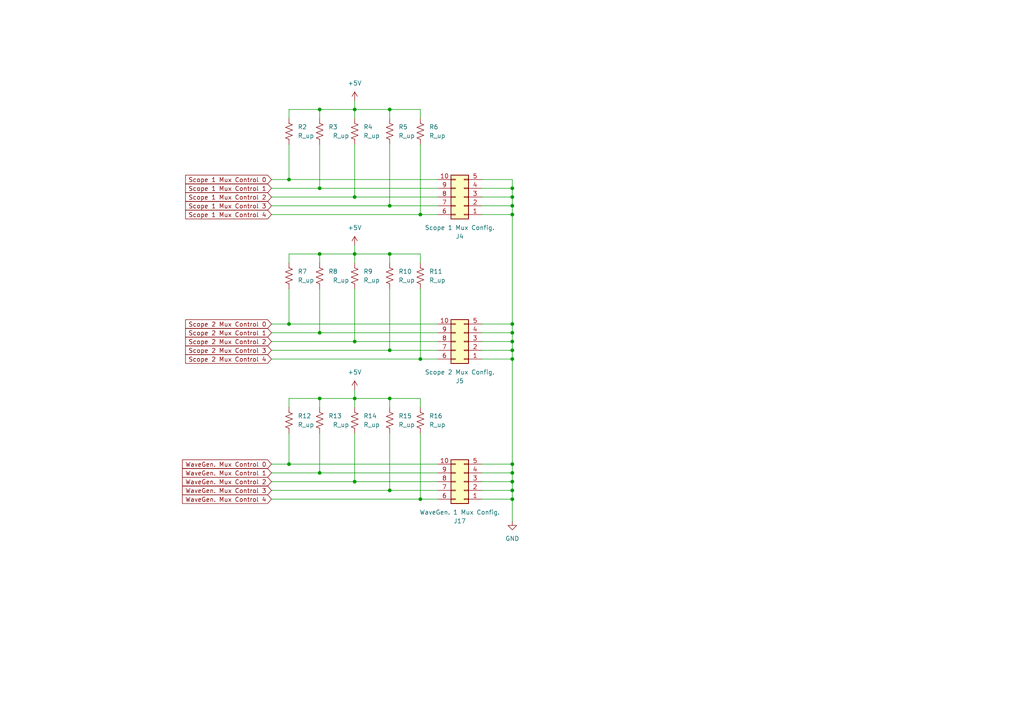
<source format=kicad_sch>
(kicad_sch (version 20231120) (generator "eeschema") (generator_version "8.0")
  (paper "A4")
  (lib_symbols
    (symbol "Connector_Generic:Conn_02x05_Top_Bottom" (pin_names (offset 1.016) hide)
      (property "Reference" "J" (at 1.27 7.62 0))
      (property "Value" "Conn_02x05_Top_Bottom" (at 1.27 -7.62 0))
      (symbol "Conn_02x05_Top_Bottom_1_1"
        (rectangle (start -1.27 -4.953) (end 0 -5.207) (stroke (width 0.1524)))
        (rectangle (start -1.27 -2.413) (end 0 -2.667) (stroke (width 0.1524)))
        (rectangle (start -1.27 0.127) (end 0 -0.127) (stroke (width 0.1524)))
        (rectangle (start -1.27 2.667) (end 0 2.413) (stroke (width 0.1524)))
        (rectangle (start -1.27 5.207) (end 0 4.953) (stroke (width 0.1524)))
        (rectangle (start -1.27 6.35) (end 3.81 -6.35) (stroke (width 0.254)) (fill (type background)))
        (rectangle (start 3.81 -4.953) (end 2.54 -5.207) (stroke (width 0.1524)))
        (rectangle (start 3.81 -2.413) (end 2.54 -2.667) (stroke (width 0.1524)))
        (rectangle (start 3.81 0.127) (end 2.54 -0.127) (stroke (width 0.1524)))
        (rectangle (start 3.81 2.667) (end 2.54 2.413) (stroke (width 0.1524)))
        (rectangle (start 3.81 5.207) (end 2.54 4.953) (stroke (width 0.1524)))
        (pin passive line (at -5.08 5.08 0) (length 3.81) (name "Pin_1") (number "1"))
        (pin passive line (at 7.62 -5.08 180) (length 3.81) (name "Pin_10") (number "10"))
        (pin passive line (at -5.08 2.54 0) (length 3.81) (name "Pin_2") (number "2"))
        (pin passive line (at -5.08 0 0) (length 3.81) (name "Pin_3") (number "3"))
        (pin passive line (at -5.08 -2.54 0) (length 3.81) (name "Pin_4") (number "4"))
        (pin passive line (at -5.08 -5.08 0) (length 3.81) (name "Pin_5") (number "5"))
        (pin passive line (at 7.62 5.08 180) (length 3.81) (name "Pin_6") (number "6"))
        (pin passive line (at 7.62 2.54 180) (length 3.81) (name "Pin_7") (number "7"))
        (pin passive line (at 7.62 0 180) (length 3.81) (name "Pin_8") (number "8"))
        (pin passive line (at 7.62 -2.54 180) (length 3.81) (name "Pin_9") (number "9"))
      )
    )
    (symbol "Device:R_US" (pin_numbers hide) (pin_names (offset 0))
      (property "Reference" "R" (at 2.54 0 90))
      (property "Value" "R_US" (at -2.54 0 90))
      (symbol "R_US_0_1"
        (polyline (pts (xy 0 -2.286) (xy 0 -2.54)))
        (polyline (pts (xy 0 2.286) (xy 0 2.54)))
        (polyline (pts (xy 0 -0.762) (xy 1.016 -1.143) (xy 0 -1.524) (xy -1.016 -1.905) (xy 0 -2.286)))
        (polyline (pts (xy 0 0.762) (xy 1.016 0.381) (xy 0 0) (xy -1.016 -0.381) (xy 0 -0.762)))
        (polyline (pts (xy 0 2.286) (xy 1.016 1.905) (xy 0 1.524) (xy -1.016 1.143) (xy 0 0.762)))
      )
      (symbol "R_US_1_1"
        (pin passive line (at 0 3.81 270) (length 1.27) (name "~") (number "1"))
        (pin passive line (at 0 -3.81 90) (length 1.27) (name "~") (number "2"))
      )
    )
    (symbol "power:+5V" (power) (pin_numbers hide) (pin_names (offset 0) hide)
      (property "Value" "+5V" (at 0 3.556 0))
      (symbol "+5V_0_1"
        (polyline (pts (xy -0.762 1.27) (xy 0 2.54)))
        (polyline (pts (xy 0 0) (xy 0 2.54)))
        (polyline (pts (xy 0 2.54) (xy 0.762 1.27)))
      )
      (symbol "+5V_1_1"
        (pin power_in line (at 0 0 90) (length 0) (name "~") (number "1"))
      )
    )
    (symbol "power:GND" (power) (pin_numbers hide) (pin_names (offset 0) hide)
      (property "Value" "GND" (at 0 -3.81 0))
      (symbol "GND_0_1"
        (polyline (pts (xy 0 0) (xy 0 -1.27) (xy 1.27 -1.27) (xy 0 -2.54) (xy -1.27 -1.27) (xy 0 -1.27)))
      )
      (symbol "GND_1_1"
        (pin power_in line (at 0 0 270) (length 0) (name "~") (number "1"))
      )
    )
  )
  (junction (at 148.59 59.69))
  (junction (at 102.87 73.66))
  (junction (at 102.87 99.06))
  (junction (at 148.59 144.78))
  (junction (at 92.71 96.52))
  (junction (at 148.59 139.7))
  (junction (at 148.59 62.23))
  (junction (at 92.71 31.75))
  (junction (at 148.59 99.06))
  (junction (at 102.87 115.57))
  (junction (at 113.03 115.57))
  (junction (at 121.92 62.23))
  (junction (at 83.82 52.07))
  (junction (at 121.92 144.78))
  (junction (at 92.71 137.16))
  (junction (at 113.03 31.75))
  (junction (at 148.59 104.14))
  (junction (at 148.59 54.61))
  (junction (at 83.82 134.62))
  (junction (at 121.92 104.14))
  (junction (at 148.59 101.6))
  (junction (at 113.03 142.24))
  (junction (at 148.59 142.24))
  (junction (at 102.87 57.15))
  (junction (at 148.59 134.62))
  (junction (at 148.59 57.15))
  (junction (at 148.59 137.16))
  (junction (at 148.59 93.98))
  (junction (at 102.87 31.75))
  (junction (at 113.03 59.69))
  (junction (at 92.71 115.57))
  (junction (at 83.82 93.98))
  (junction (at 113.03 101.6))
  (junction (at 102.87 139.7))
  (junction (at 92.71 73.66))
  (junction (at 148.59 96.52))
  (junction (at 113.03 73.66))
  (junction (at 92.71 54.61))
  (wire (pts (xy 102.87 83.82) (xy 102.87 99.06)))
  (wire (pts (xy 121.92 83.82) (xy 121.92 104.14)))
  (wire (pts (xy 83.82 34.29) (xy 83.82 31.75)))
  (wire (pts (xy 139.7 139.7) (xy 148.59 139.7)))
  (wire (pts (xy 139.7 57.15) (xy 148.59 57.15)))
  (wire (pts (xy 113.03 41.91) (xy 113.03 59.69)))
  (wire (pts (xy 102.87 115.57) (xy 102.87 118.11)))
  (wire (pts (xy 113.03 31.75) (xy 113.03 34.29)))
  (wire (pts (xy 78.74 57.15) (xy 102.87 57.15)))
  (wire (pts (xy 78.74 93.98) (xy 83.82 93.98)))
  (wire (pts (xy 78.74 59.69) (xy 113.03 59.69)))
  (wire (pts (xy 78.74 137.16) (xy 92.71 137.16)))
  (wire (pts (xy 92.71 41.91) (xy 92.71 54.61)))
  (wire (pts (xy 121.92 125.73) (xy 121.92 144.78)))
  (wire (pts (xy 121.92 76.2) (xy 121.92 73.66)))
  (wire (pts (xy 113.03 73.66) (xy 113.03 76.2)))
  (wire (pts (xy 148.59 137.16) (xy 148.59 139.7)))
  (wire (pts (xy 78.74 104.14) (xy 121.92 104.14)))
  (wire (pts (xy 148.59 59.69) (xy 148.59 62.23)))
  (wire (pts (xy 113.03 142.24) (xy 127 142.24)))
  (wire (pts (xy 148.59 96.52) (xy 148.59 99.06)))
  (wire (pts (xy 139.7 96.52) (xy 148.59 96.52)))
  (wire (pts (xy 92.71 115.57) (xy 102.87 115.57)))
  (wire (pts (xy 113.03 31.75) (xy 121.92 31.75)))
  (wire (pts (xy 148.59 93.98) (xy 148.59 96.52)))
  (wire (pts (xy 121.92 144.78) (xy 127 144.78)))
  (wire (pts (xy 78.74 134.62) (xy 83.82 134.62)))
  (wire (pts (xy 92.71 31.75) (xy 102.87 31.75)))
  (wire (pts (xy 113.03 125.73) (xy 113.03 142.24)))
  (wire (pts (xy 78.74 144.78) (xy 121.92 144.78)))
  (wire (pts (xy 102.87 71.12) (xy 102.87 73.66)))
  (wire (pts (xy 83.82 83.82) (xy 83.82 93.98)))
  (wire (pts (xy 78.74 52.07) (xy 83.82 52.07)))
  (wire (pts (xy 78.74 62.23) (xy 121.92 62.23)))
  (wire (pts (xy 83.82 73.66) (xy 92.71 73.66)))
  (wire (pts (xy 92.71 54.61) (xy 127 54.61)))
  (wire (pts (xy 113.03 73.66) (xy 121.92 73.66)))
  (wire (pts (xy 148.59 52.07) (xy 148.59 54.61)))
  (wire (pts (xy 148.59 139.7) (xy 148.59 142.24)))
  (wire (pts (xy 148.59 134.62) (xy 148.59 137.16)))
  (wire (pts (xy 83.82 125.73) (xy 83.82 134.62)))
  (wire (pts (xy 139.7 59.69) (xy 148.59 59.69)))
  (wire (pts (xy 83.82 134.62) (xy 127 134.62)))
  (wire (pts (xy 148.59 62.23) (xy 148.59 93.98)))
  (wire (pts (xy 148.59 104.14) (xy 148.59 134.62)))
  (wire (pts (xy 139.7 54.61) (xy 148.59 54.61)))
  (wire (pts (xy 92.71 31.75) (xy 92.71 34.29)))
  (wire (pts (xy 102.87 115.57) (xy 113.03 115.57)))
  (wire (pts (xy 139.7 104.14) (xy 148.59 104.14)))
  (wire (pts (xy 102.87 31.75) (xy 113.03 31.75)))
  (wire (pts (xy 121.92 34.29) (xy 121.92 31.75)))
  (wire (pts (xy 139.7 52.07) (xy 148.59 52.07)))
  (wire (pts (xy 92.71 96.52) (xy 127 96.52)))
  (wire (pts (xy 78.74 139.7) (xy 102.87 139.7)))
  (wire (pts (xy 102.87 57.15) (xy 127 57.15)))
  (wire (pts (xy 83.82 76.2) (xy 83.82 73.66)))
  (wire (pts (xy 121.92 118.11) (xy 121.92 115.57)))
  (wire (pts (xy 78.74 96.52) (xy 92.71 96.52)))
  (wire (pts (xy 92.71 137.16) (xy 127 137.16)))
  (wire (pts (xy 83.82 115.57) (xy 92.71 115.57)))
  (wire (pts (xy 78.74 101.6) (xy 113.03 101.6)))
  (wire (pts (xy 102.87 41.91) (xy 102.87 57.15)))
  (wire (pts (xy 113.03 101.6) (xy 127 101.6)))
  (wire (pts (xy 102.87 29.21) (xy 102.87 31.75)))
  (wire (pts (xy 102.87 73.66) (xy 113.03 73.66)))
  (wire (pts (xy 139.7 144.78) (xy 148.59 144.78)))
  (wire (pts (xy 121.92 62.23) (xy 127 62.23)))
  (wire (pts (xy 78.74 54.61) (xy 92.71 54.61)))
  (wire (pts (xy 83.82 52.07) (xy 127 52.07)))
  (wire (pts (xy 102.87 113.03) (xy 102.87 115.57)))
  (wire (pts (xy 92.71 115.57) (xy 92.71 118.11)))
  (wire (pts (xy 148.59 142.24) (xy 148.59 144.78)))
  (wire (pts (xy 139.7 142.24) (xy 148.59 142.24)))
  (wire (pts (xy 83.82 31.75) (xy 92.71 31.75)))
  (wire (pts (xy 83.82 41.91) (xy 83.82 52.07)))
  (wire (pts (xy 102.87 125.73) (xy 102.87 139.7)))
  (wire (pts (xy 102.87 31.75) (xy 102.87 34.29)))
  (wire (pts (xy 148.59 57.15) (xy 148.59 59.69)))
  (wire (pts (xy 121.92 104.14) (xy 127 104.14)))
  (wire (pts (xy 148.59 101.6) (xy 148.59 104.14)))
  (wire (pts (xy 139.7 137.16) (xy 148.59 137.16)))
  (wire (pts (xy 92.71 83.82) (xy 92.71 96.52)))
  (wire (pts (xy 121.92 41.91) (xy 121.92 62.23)))
  (wire (pts (xy 148.59 99.06) (xy 148.59 101.6)))
  (wire (pts (xy 139.7 93.98) (xy 148.59 93.98)))
  (wire (pts (xy 92.71 125.73) (xy 92.71 137.16)))
  (wire (pts (xy 78.74 99.06) (xy 102.87 99.06)))
  (wire (pts (xy 83.82 93.98) (xy 127 93.98)))
  (wire (pts (xy 92.71 73.66) (xy 92.71 76.2)))
  (wire (pts (xy 102.87 139.7) (xy 127 139.7)))
  (wire (pts (xy 148.59 54.61) (xy 148.59 57.15)))
  (wire (pts (xy 139.7 62.23) (xy 148.59 62.23)))
  (wire (pts (xy 139.7 134.62) (xy 148.59 134.62)))
  (wire (pts (xy 83.82 118.11) (xy 83.82 115.57)))
  (wire (pts (xy 113.03 83.82) (xy 113.03 101.6)))
  (wire (pts (xy 102.87 73.66) (xy 102.87 76.2)))
  (wire (pts (xy 92.71 73.66) (xy 102.87 73.66)))
  (wire (pts (xy 139.7 99.06) (xy 148.59 99.06)))
  (wire (pts (xy 139.7 101.6) (xy 148.59 101.6)))
  (wire (pts (xy 78.74 142.24) (xy 113.03 142.24)))
  (wire (pts (xy 102.87 99.06) (xy 127 99.06)))
  (wire (pts (xy 113.03 115.57) (xy 113.03 118.11)))
  (wire (pts (xy 148.59 144.78) (xy 148.59 151.13)))
  (wire (pts (xy 113.03 115.57) (xy 121.92 115.57)))
  (wire (pts (xy 113.03 59.69) (xy 127 59.69)))
  (global_label "WaveGen. Mux Control 3" (shape input) (at 78.74 142.24 180) (property "Intersheetrefs" "${INTERSHEET_REFS}" (effects (hide yes))))
  (global_label "Scope 1 Mux Control 4" (shape input) (at 78.74 62.23 180) (property "Intersheetrefs" "${INTERSHEET_REFS}" (effects (hide yes))))
  (global_label "Scope 2 Mux Control 1" (shape input) (at 78.74 96.52 180) (property "Intersheetrefs" "${INTERSHEET_REFS}" (effects (hide yes))))
  (global_label "Scope 2 Mux Control 3" (shape input) (at 78.74 101.6 180) (property "Intersheetrefs" "${INTERSHEET_REFS}" (effects (hide yes))))
  (global_label "WaveGen. Mux Control 1" (shape input) (at 78.74 137.16 180) (property "Intersheetrefs" "${INTERSHEET_REFS}" (effects (hide yes))))
  (global_label "Scope 1 Mux Control 3" (shape input) (at 78.74 59.69 180) (property "Intersheetrefs" "${INTERSHEET_REFS}" (effects (hide yes))))
  (global_label "Scope 2 Mux Control 0" (shape input) (at 78.74 93.98 180) (property "Intersheetrefs" "${INTERSHEET_REFS}" (effects (hide yes))))
  (global_label "WaveGen. Mux Control 2" (shape input) (at 78.74 139.7 180) (property "Intersheetrefs" "${INTERSHEET_REFS}" (effects (hide yes))))
  (global_label "Scope 1 Mux Control 0" (shape input) (at 78.74 52.07 180) (property "Intersheetrefs" "${INTERSHEET_REFS}" (effects (hide yes))))
  (global_label "Scope 2 Mux Control 4" (shape input) (at 78.74 104.14 180) (property "Intersheetrefs" "${INTERSHEET_REFS}" (effects (hide yes))))
  (global_label "WaveGen. Mux Control 4" (shape input) (at 78.74 144.78 180) (property "Intersheetrefs" "${INTERSHEET_REFS}" (effects (hide yes))))
  (global_label "Scope 2 Mux Control 2" (shape input) (at 78.74 99.06 180) (property "Intersheetrefs" "${INTERSHEET_REFS}" (effects (hide yes))))
  (global_label "Scope 1 Mux Control 2" (shape input) (at 78.74 57.15 180) (property "Intersheetrefs" "${INTERSHEET_REFS}" (effects (hide yes))))
  (global_label "WaveGen. Mux Control 0" (shape input) (at 78.74 134.62 180) (property "Intersheetrefs" "${INTERSHEET_REFS}" (effects (hide yes))))
  (global_label "Scope 1 Mux Control 1" (shape input) (at 78.74 54.61 180) (property "Intersheetrefs" "${INTERSHEET_REFS}" (effects (hide yes))))
  (symbol (lib_id "power:+5V") (at 102.87 29.21 0) (unit 1)
    (property "Reference" "#PWR017" (effects (hide yes)))
    (property "Value" "+5V" (at 102.87 24.13 0))
    (property "Description" "Power symbol creates a global label with name \"+5V\"" (effects (hide yes)))
  )
  (symbol (lib_id "Connector_Generic:Conn_02x05_Top_Bottom") (at 134.62 99.06 180) (unit 1)
    (property "Reference" "J5" (at 133.35 110.49 0))
    (property "Value" "Scope 2 Mux Config." (at 133.35 107.95 0))
    (property "Footprint" "Imports:DIP8_208-5_CTS" (effects (hide yes)))
    (property "Description" "Generic connector, double row, 02x05, top/bottom pin numbering scheme (row 1: 1...pins_per_row, row2: pins_per_row+1 ... num_pins), script generated (kicad-library-utils/schlib/autogen/connector/)" (effects (hide yes)))
  )
  (symbol (lib_id "power:+5V") (at 102.87 113.03 0) (unit 1)
    (property "Reference" "#PWR020" (effects (hide yes)))
    (property "Value" "+5V" (at 102.87 107.95 0))
    (property "Description" "Power symbol creates a global label with name \"+5V\"" (effects (hide yes)))
  )
  (symbol (lib_id "Device:R_US") (at 121.92 80.01 0) (unit 1)
    (property "Reference" "R11" (at 124.46 78.7399 0) (effects (justify left)))
    (property "Value" "R_up" (at 124.46 81.2799 0) (effects (justify left)))
    (property "Footprint" "Resistor_SMD:R_0805_2012Metric_Pad1.20x1.40mm_HandSolder" (effects (hide yes)))
    (property "Description" "Resistor, US symbol" (effects (hide yes)))
  )
  (symbol (lib_id "power:GND") (at 148.59 151.13 0) (unit 1)
    (property "Reference" "#PWR018" (effects (hide yes)))
    (property "Value" "GND" (at 148.59 156.21 0))
    (property "Description" "Power symbol creates a global label with name \"GND\" , ground" (effects (hide yes)))
  )
  (symbol (lib_id "Device:R_US") (at 102.87 80.01 0) (unit 1)
    (property "Reference" "R9" (at 105.41 78.7399 0) (effects (justify left)))
    (property "Value" "R_up" (at 105.41 81.2799 0) (effects (justify left)))
    (property "Footprint" "Resistor_SMD:R_0805_2012Metric_Pad1.20x1.40mm_HandSolder" (effects (hide yes)))
    (property "Description" "Resistor, US symbol" (effects (hide yes)))
  )
  (symbol (lib_id "Device:R_US") (at 113.03 80.01 0) (unit 1)
    (property "Reference" "R10" (at 115.57 78.7399 0) (effects (justify left)))
    (property "Value" "R_up" (at 115.57 81.2799 0) (effects (justify left)))
    (property "Footprint" "Resistor_SMD:R_0805_2012Metric_Pad1.20x1.40mm_HandSolder" (effects (hide yes)))
    (property "Description" "Resistor, US symbol" (effects (hide yes)))
  )
  (symbol (lib_id "Device:R_US") (at 83.82 80.01 0) (unit 1)
    (property "Reference" "R7" (at 86.36 78.7399 0) (effects (justify left)))
    (property "Value" "R_up" (at 86.36 81.2799 0) (effects (justify left)))
    (property "Footprint" "Resistor_SMD:R_0805_2012Metric_Pad1.20x1.40mm_HandSolder" (effects (hide yes)))
    (property "Description" "Resistor, US symbol" (effects (hide yes)))
  )
  (symbol (lib_id "Device:R_US") (at 121.92 121.92 0) (unit 1)
    (property "Reference" "R16" (at 124.46 120.6499 0) (effects (justify left)))
    (property "Value" "R_up" (at 124.46 123.1899 0) (effects (justify left)))
    (property "Footprint" "Resistor_SMD:R_0805_2012Metric_Pad1.20x1.40mm_HandSolder" (effects (hide yes)))
    (property "Description" "Resistor, US symbol" (effects (hide yes)))
  )
  (symbol (lib_id "Device:R_US") (at 83.82 121.92 0) (unit 1)
    (property "Reference" "R12" (at 86.36 120.6499 0) (effects (justify left)))
    (property "Value" "R_up" (at 86.36 123.1899 0) (effects (justify left)))
    (property "Footprint" "Resistor_SMD:R_0805_2012Metric_Pad1.20x1.40mm_HandSolder" (effects (hide yes)))
    (property "Description" "Resistor, US symbol" (effects (hide yes)))
  )
  (symbol (lib_id "Device:R_US") (at 102.87 121.92 0) (unit 1)
    (property "Reference" "R14" (at 105.41 120.6499 0) (effects (justify left)))
    (property "Value" "R_up" (at 105.41 123.1899 0) (effects (justify left)))
    (property "Footprint" "Resistor_SMD:R_0805_2012Metric_Pad1.20x1.40mm_HandSolder" (effects (hide yes)))
    (property "Description" "Resistor, US symbol" (effects (hide yes)))
  )
  (symbol (lib_id "Device:R_US") (at 113.03 38.1 0) (unit 1)
    (property "Reference" "R5" (at 115.57 36.8299 0) (effects (justify left)))
    (property "Value" "R_up" (at 115.57 39.3699 0) (effects (justify left)))
    (property "Footprint" "Resistor_SMD:R_0805_2012Metric_Pad1.20x1.40mm_HandSolder" (effects (hide yes)))
    (property "Description" "Resistor, US symbol" (effects (hide yes)))
  )
  (symbol (lib_id "Device:R_US") (at 102.87 38.1 0) (unit 1)
    (property "Reference" "R4" (at 105.41 36.8299 0) (effects (justify left)))
    (property "Value" "R_up" (at 105.41 39.3699 0) (effects (justify left)))
    (property "Footprint" "Resistor_SMD:R_0805_2012Metric_Pad1.20x1.40mm_HandSolder" (effects (hide yes)))
    (property "Description" "Resistor, US symbol" (effects (hide yes)))
  )
  (symbol (lib_id "Connector_Generic:Conn_02x05_Top_Bottom") (at 134.62 57.15 180) (unit 1)
    (property "Reference" "J4" (at 133.35 68.58 0))
    (property "Value" "Scope 1 Mux Config." (at 133.35 66.04 0))
    (property "Footprint" "Imports:DIP8_208-5_CTS" (effects (hide yes)))
    (property "Description" "Generic connector, double row, 02x05, top/bottom pin numbering scheme (row 1: 1...pins_per_row, row2: pins_per_row+1 ... num_pins), script generated (kicad-library-utils/schlib/autogen/connector/)" (effects (hide yes)))
  )
  (symbol (lib_id "Device:R_US") (at 121.92 38.1 0) (unit 1)
    (property "Reference" "R6" (at 124.46 36.8299 0) (effects (justify left)))
    (property "Value" "R_up" (at 124.46 39.3699 0) (effects (justify left)))
    (property "Footprint" "Resistor_SMD:R_0805_2012Metric_Pad1.20x1.40mm_HandSolder" (effects (hide yes)))
    (property "Description" "Resistor, US symbol" (effects (hide yes)))
  )
  (symbol (lib_id "power:+5V") (at 102.87 71.12 0) (unit 1)
    (property "Reference" "#PWR019" (effects (hide yes)))
    (property "Value" "+5V" (at 102.87 66.04 0))
    (property "Description" "Power symbol creates a global label with name \"+5V\"" (effects (hide yes)))
  )
  (symbol (lib_id "Device:R_US") (at 113.03 121.92 0) (unit 1)
    (property "Reference" "R15" (at 115.57 120.6499 0) (effects (justify left)))
    (property "Value" "R_up" (at 115.57 123.1899 0) (effects (justify left)))
    (property "Footprint" "Resistor_SMD:R_0805_2012Metric_Pad1.20x1.40mm_HandSolder" (effects (hide yes)))
    (property "Description" "Resistor, US symbol" (effects (hide yes)))
  )
  (symbol (lib_id "Device:R_US") (at 92.71 80.01 0) (unit 1)
    (property "Reference" "R8" (at 95.25 78.7399 0) (effects (justify left)))
    (property "Value" "R_up" (at 96.52 81.2799 0) (effects (justify left)))
    (property "Footprint" "Resistor_SMD:R_0805_2012Metric_Pad1.20x1.40mm_HandSolder" (effects (hide yes)))
    (property "Description" "Resistor, US symbol" (effects (hide yes)))
  )
  (symbol (lib_id "Connector_Generic:Conn_02x05_Top_Bottom") (at 134.62 139.7 180) (unit 1)
    (property "Reference" "J17" (at 133.35 151.13 0))
    (property "Value" "WaveGen. 1 Mux Config." (at 133.35 148.59 0))
    (property "Footprint" "Imports:DIP8_208-5_CTS" (effects (hide yes)))
    (property "Description" "Generic connector, double row, 02x05, top/bottom pin numbering scheme (row 1: 1...pins_per_row, row2: pins_per_row+1 ... num_pins), script generated (kicad-library-utils/schlib/autogen/connector/)" (effects (hide yes)))
  )
  (symbol (lib_id "Device:R_US") (at 83.82 38.1 0) (unit 1)
    (property "Reference" "R2" (at 86.36 36.8299 0) (effects (justify left)))
    (property "Value" "R_up" (at 86.36 39.3699 0) (effects (justify left)))
    (property "Footprint" "Resistor_SMD:R_0805_2012Metric_Pad1.20x1.40mm_HandSolder" (effects (hide yes)))
    (property "Description" "Resistor, US symbol" (effects (hide yes)))
  )
  (symbol (lib_id "Device:R_US") (at 92.71 38.1 0) (unit 1)
    (property "Reference" "R3" (at 95.25 36.8299 0) (effects (justify left)))
    (property "Value" "R_up" (at 96.52 39.3699 0) (effects (justify left)))
    (property "Footprint" "Resistor_SMD:R_0805_2012Metric_Pad1.20x1.40mm_HandSolder" (effects (hide yes)))
    (property "Description" "Resistor, US symbol" (effects (hide yes)))
  )
  (symbol (lib_id "Device:R_US") (at 92.71 121.92 0) (unit 1)
    (property "Reference" "R13" (at 95.25 120.6499 0) (effects (justify left)))
    (property "Value" "R_up" (at 96.52 123.1899 0) (effects (justify left)))
    (property "Footprint" "Resistor_SMD:R_0805_2012Metric_Pad1.20x1.40mm_HandSolder" (effects (hide yes)))
    (property "Description" "Resistor, US symbol" (effects (hide yes)))
  )
)
</source>
